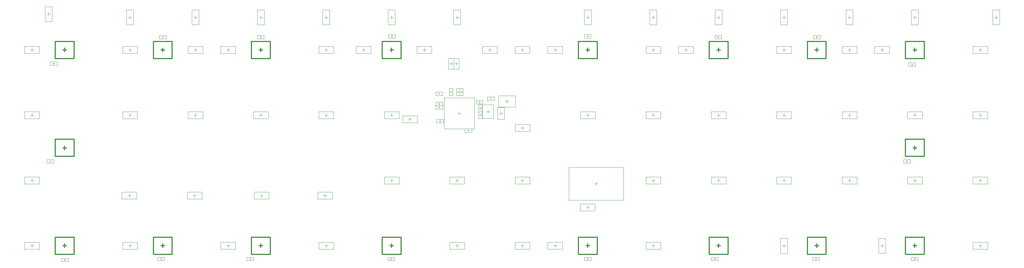
<source format=gbr>
%TF.GenerationSoftware,Altium Limited,Altium Designer,20.2.6 (244)*%
G04 Layer_Color=32768*
%FSLAX45Y45*%
%MOMM*%
%TF.SameCoordinates,2270FEAA-A680-44EA-805D-832D39C03FB4*%
%TF.FilePolarity,Positive*%
%TF.FileFunction,Other,Courtyard*%
%TF.Part,Single*%
G01*
G75*
%TA.AperFunction,NonConductor*%
%ADD45C,0.30000*%
%ADD47C,0.10000*%
%ADD79C,0.05000*%
D45*
X12107500Y-4060000D02*
X12657500D01*
Y-3560000D01*
X12107500D02*
X12657500D01*
X12107500Y-4060000D02*
Y-3560000D01*
X12332500Y-3810000D02*
X12432500D01*
X12382500Y-3860000D02*
Y-3760000D01*
Y-1002500D02*
Y-902500D01*
X12332500Y-952500D02*
X12432500D01*
X12107500Y-1202500D02*
Y-702500D01*
X12657500D01*
Y-1202500D02*
Y-702500D01*
X12107500Y-1202500D02*
X12657500D01*
X9250000D02*
X9800000D01*
Y-702500D01*
X9250000D02*
X9800000D01*
X9250000Y-1202500D02*
Y-702500D01*
X9475000Y-952500D02*
X9575000D01*
X9525000Y-1002500D02*
Y-902500D01*
X6667500Y-1002500D02*
Y-902500D01*
X6617500Y-952500D02*
X6717500D01*
X6392500Y-1202500D02*
Y-702500D01*
X6942500D01*
Y-1202500D02*
Y-702500D01*
X6392500Y-1202500D02*
X6942500D01*
X2582500D02*
X3132500D01*
Y-702500D01*
X2582500D02*
X3132500D01*
X2582500Y-1202500D02*
Y-702500D01*
X2807500Y-952500D02*
X2907500D01*
X2857500Y-1002500D02*
Y-902500D01*
X-2857500Y-1002500D02*
Y-902500D01*
X-2907500Y-952500D02*
X-2807500D01*
X-3132500Y-1202500D02*
Y-702500D01*
X-2582500D01*
Y-1202500D02*
Y-702500D01*
X-3132500Y-1202500D02*
X-2582500D01*
X-6942500D02*
X-6392500D01*
Y-702500D01*
X-6942500D02*
X-6392500D01*
X-6942500Y-1202500D02*
Y-702500D01*
X-6717500Y-952500D02*
X-6617500D01*
X-6667500Y-1002500D02*
Y-902500D01*
X-9525000Y-1002500D02*
Y-902500D01*
X-9575000Y-952500D02*
X-9475000D01*
X-9800000Y-1202500D02*
Y-702500D01*
X-9250000D01*
Y-1202500D02*
Y-702500D01*
X-9800000Y-1202500D02*
X-9250000D01*
X-12657500D02*
X-12107500D01*
Y-702500D01*
X-12657500D02*
X-12107500D01*
X-12657500Y-1202500D02*
Y-702500D01*
X-12432500Y-952500D02*
X-12332500D01*
X-12382500Y-1002500D02*
Y-902500D01*
Y-3860000D02*
Y-3760000D01*
X-12432500Y-3810000D02*
X-12332500D01*
X-12657500Y-4060000D02*
Y-3560000D01*
X-12107500D01*
Y-4060000D02*
Y-3560000D01*
X-12657500Y-4060000D02*
X-12107500D01*
X-12657500Y-6917500D02*
X-12107500D01*
Y-6417500D01*
X-12657500D02*
X-12107500D01*
X-12657500Y-6917500D02*
Y-6417500D01*
X-12432500Y-6667500D02*
X-12332500D01*
X-12382500Y-6717500D02*
Y-6617500D01*
X-9525000Y-6717500D02*
Y-6617500D01*
X-9575000Y-6667500D02*
X-9475000D01*
X-9800000Y-6917500D02*
Y-6417500D01*
X-9250000D01*
Y-6917500D02*
Y-6417500D01*
X-9800000Y-6917500D02*
X-9250000D01*
X-6942500D02*
X-6392500D01*
Y-6417500D01*
X-6942500D02*
X-6392500D01*
X-6942500Y-6917500D02*
Y-6417500D01*
X-6717500Y-6667500D02*
X-6617500D01*
X-6667500Y-6717500D02*
Y-6617500D01*
X-2857500Y-6717500D02*
Y-6617500D01*
X-2907500Y-6667500D02*
X-2807500D01*
X-3132500Y-6917500D02*
Y-6417500D01*
X-2582500D01*
Y-6917500D02*
Y-6417500D01*
X-3132500Y-6917500D02*
X-2582500D01*
X2582500D02*
X3132500D01*
Y-6417500D01*
X2582500D02*
X3132500D01*
X2582500Y-6917500D02*
Y-6417500D01*
X2807500Y-6667500D02*
X2907500D01*
X2857500Y-6717500D02*
Y-6617500D01*
X6667500Y-6717500D02*
Y-6617500D01*
X6617500Y-6667500D02*
X6717500D01*
X6392500Y-6917500D02*
Y-6417500D01*
X6942500D01*
Y-6917500D02*
Y-6417500D01*
X6392500Y-6917500D02*
X6942500D01*
X9250000D02*
X9800000D01*
Y-6417500D01*
X9250000D02*
X9800000D01*
X9250000Y-6917500D02*
Y-6417500D01*
X9475000Y-6667500D02*
X9575000D01*
X9525000Y-6717500D02*
Y-6617500D01*
X12382500Y-6717500D02*
Y-6617500D01*
X12332500Y-6667500D02*
X12432500D01*
X12107500Y-6917500D02*
Y-6417500D01*
X12657500D01*
Y-6917500D02*
Y-6417500D01*
X12107500Y-6917500D02*
X12657500D01*
D47*
X-1002500Y0D02*
X-902500D01*
X-952500Y-50000D02*
Y50000D01*
X-850900Y-215900D02*
Y215900D01*
X-1054100Y-215900D02*
Y215900D01*
Y-215900D02*
X-850900D01*
X-1054100Y215900D02*
X-850900D01*
X2850000Y-5600000D02*
Y-5500000D01*
X2800000Y-5550000D02*
X2900000D01*
X2634100Y-5448400D02*
X3065900D01*
X2634100Y-5651600D02*
X3065900D01*
Y-5448400D01*
X2634100Y-5651600D02*
Y-5448400D01*
X-4800000Y-5250000D02*
Y-5150000D01*
X-4850000Y-5200000D02*
X-4750000D01*
X-5015900Y-5098400D02*
X-4584100D01*
X-5015900Y-5301600D02*
X-4584100D01*
Y-5098400D01*
X-5015900Y-5301600D02*
Y-5098400D01*
X-6650000Y-5250000D02*
Y-5150000D01*
X-6700000Y-5200000D02*
X-6600000D01*
X-6865900Y-5098400D02*
X-6434100D01*
X-6865900Y-5301600D02*
X-6434100D01*
Y-5098400D01*
X-6865900Y-5301600D02*
Y-5098400D01*
X-10500000Y-5250000D02*
Y-5150000D01*
X-10550000Y-5200000D02*
X-10450000D01*
X-10715900Y-5098400D02*
X-10284100D01*
X-10715900Y-5301600D02*
X-10284100D01*
Y-5098400D01*
X-10715900Y-5301600D02*
Y-5098400D01*
X-8600000Y-5250000D02*
Y-5150000D01*
X-8650000Y-5200000D02*
X-8550000D01*
X-8815900Y-5098400D02*
X-8384100D01*
X-8815900Y-5301600D02*
X-8384100D01*
Y-5098400D01*
X-8815900Y-5301600D02*
Y-5098400D01*
X-1495000Y-2225000D02*
X-1455000D01*
X-1575000Y-2275000D02*
X-1375000D01*
X-1575000Y-2175000D02*
X-1375000D01*
X-1575000Y-2275000D02*
Y-2175000D01*
X-1375000Y-2275000D02*
Y-2175000D01*
X-1475000Y-2245000D02*
Y-2205000D01*
X-955011Y-2175008D02*
X-895011D01*
X-925011Y-2205008D02*
Y-2145008D01*
X-875000Y-2275000D02*
Y-2075000D01*
X-975000Y-2275000D02*
Y-2075000D01*
Y-2275000D02*
X-875000D01*
X-975000Y-2075000D02*
X-875000D01*
X-1168400Y-4864100D02*
Y-4660900D01*
X-736600Y-4864100D02*
Y-4660900D01*
X-1168400Y-4864100D02*
X-736600D01*
X-1168400Y-4660900D02*
X-736600D01*
X-1002500Y-4762500D02*
X-902500D01*
X-952500Y-4812500D02*
Y-4712500D01*
X8356600Y-4864100D02*
Y-4660900D01*
X8788400Y-4864100D02*
Y-4660900D01*
X8356600Y-4864100D02*
X8788400D01*
X8356600Y-4660900D02*
X8788400D01*
X8522500Y-4762500D02*
X8622500D01*
X8572500Y-4812500D02*
Y-4712500D01*
X4546600Y-4864100D02*
Y-4660900D01*
X4978400Y-4864100D02*
Y-4660900D01*
X4546600Y-4864100D02*
X4978400D01*
X4546600Y-4660900D02*
X4978400D01*
X4712500Y-4762500D02*
X4812500D01*
X4762500Y-4812500D02*
Y-4712500D01*
X6451600Y-4864100D02*
Y-4660900D01*
X6883400Y-4864100D02*
Y-4660900D01*
X6451600Y-4864100D02*
X6883400D01*
X6451600Y-4660900D02*
X6883400D01*
X6617500Y-4762500D02*
X6717500D01*
X6667500Y-4812500D02*
Y-4712500D01*
X-6575000Y-625000D02*
Y-525000D01*
X-6775000Y-625000D02*
Y-525000D01*
X-6575000D01*
X-6775000Y-625000D02*
X-6575000D01*
X-6705008Y-574989D02*
X-6645008D01*
X-6675008Y-604989D02*
Y-544989D01*
X-6769100Y215900D02*
X-6565900D01*
X-6769100Y-215900D02*
X-6565900D01*
X-6769100D02*
Y215900D01*
X-6565900Y-215900D02*
Y215900D01*
X-6667500Y-50000D02*
Y50000D01*
X-6717500Y0D02*
X-6617500D01*
X-3890900Y-1051600D02*
Y-848400D01*
X-3459100Y-1051600D02*
Y-848400D01*
X-3890900Y-1051600D02*
X-3459100D01*
X-3890900Y-848400D02*
X-3459100D01*
X-3725000Y-950000D02*
X-3625000D01*
X-3675000Y-1000000D02*
Y-900000D01*
X-2750000Y-600000D02*
Y-500000D01*
X-2950000Y-600000D02*
Y-500000D01*
X-2750000D01*
X-2950000Y-600000D02*
X-2750000D01*
X-2880008Y-549988D02*
X-2820008D01*
X-2850008Y-579988D02*
Y-519989D01*
X-1022500Y-1350000D02*
X-927500D01*
X-975000Y-1397500D02*
Y-1302500D01*
X-900000Y-1505000D02*
Y-1195000D01*
X-1050000Y-1505000D02*
Y-1195000D01*
Y-1505000D02*
X-900000D01*
X-1050000Y-1195000D02*
X-900000D01*
X-1172500Y-1350000D02*
X-1077500D01*
X-1125000Y-1397500D02*
Y-1302500D01*
X-1050000Y-1505000D02*
Y-1195000D01*
X-1200000Y-1505000D02*
Y-1195000D01*
Y-1505000D02*
X-1050000D01*
X-1200000Y-1195000D02*
X-1050000D01*
X2755900Y215900D02*
X2959100D01*
X2755900Y-215900D02*
X2959100D01*
X2755900D02*
Y215900D01*
X2959100Y-215900D02*
Y215900D01*
X2857500Y-50000D02*
Y50000D01*
X2807500Y0D02*
X2907500D01*
X6750000Y-625000D02*
Y-525000D01*
X6550000Y-625000D02*
Y-525000D01*
X6750000D01*
X6550000Y-625000D02*
X6750000D01*
X6619992Y-574989D02*
X6679992D01*
X6649992Y-604989D02*
Y-544989D01*
X9625000Y-625000D02*
Y-525000D01*
X9425000Y-625000D02*
Y-525000D01*
X9625000D01*
X9425000Y-625000D02*
X9625000D01*
X9494992Y-574989D02*
X9554992D01*
X9524992Y-604989D02*
Y-544989D01*
X11328400Y-6883400D02*
X11531600D01*
X11328400Y-6451600D02*
X11531600D01*
Y-6883400D02*
Y-6451600D01*
X11328400Y-6883400D02*
Y-6451600D01*
X11430000Y-6717500D02*
Y-6617500D01*
X11380000Y-6667500D02*
X11480000D01*
X-300008Y-2504988D02*
Y-2444989D01*
X-330008Y-2474988D02*
X-270008D01*
X-400000Y-2525000D02*
X-200000D01*
X-400000Y-2425000D02*
X-200000D01*
X-400000Y-2525000D02*
Y-2425000D01*
X-200000Y-2525000D02*
Y-2425000D01*
X734100Y-3326600D02*
Y-3123400D01*
X1165900Y-3326600D02*
Y-3123400D01*
X734100Y-3326600D02*
X1165900D01*
X734100Y-3123400D02*
X1165900D01*
X900000Y-3225000D02*
X1000000D01*
X950000Y-3275000D02*
Y-3175000D01*
X230000Y-2975000D02*
X420000D01*
X230000Y-2625000D02*
X420000D01*
Y-2975000D02*
Y-2625000D01*
X230000Y-2975000D02*
Y-2625000D01*
X325000Y-2850000D02*
Y-2750000D01*
X275000Y-2800000D02*
X375000D01*
X736600Y-1054100D02*
Y-850900D01*
X1168400Y-1054100D02*
Y-850900D01*
X736600Y-1054100D02*
X1168400D01*
X736600Y-850900D02*
X1168400D01*
X902500Y-952500D02*
X1002500D01*
X952500Y-1002500D02*
Y-902500D01*
X-215900Y-1054100D02*
Y-850900D01*
X215900Y-1054100D02*
Y-850900D01*
X-215900Y-1054100D02*
X215900D01*
X-215900Y-850900D02*
X215900D01*
X-50000Y-952500D02*
X50000D01*
X0Y-1002500D02*
Y-902500D01*
X-855011Y-2175008D02*
X-795011D01*
X-825011Y-2205008D02*
Y-2145008D01*
X-775000Y-2275000D02*
Y-2075000D01*
X-875000Y-2275000D02*
Y-2075000D01*
Y-2275000D02*
X-775000D01*
X-875000Y-2075000D02*
X-775000D01*
X-1155011Y-2175008D02*
X-1095012D01*
X-1125011Y-2205008D02*
Y-2145008D01*
X-1075000Y-2275000D02*
Y-2075000D01*
X-1175000Y-2275000D02*
Y-2075000D01*
Y-2275000D02*
X-1075000D01*
X-1175000Y-2075000D02*
X-1075000D01*
X-1474992Y-2555011D02*
Y-2495012D01*
X-1504992Y-2525011D02*
X-1444992D01*
X-1575000Y-2475000D02*
X-1375000D01*
X-1575000Y-2575000D02*
X-1375000D01*
Y-2475000D01*
X-1575000Y-2575000D02*
Y-2475000D01*
X-1474992Y-2655011D02*
Y-2595012D01*
X-1504992Y-2625012D02*
X-1444992D01*
X-1575000Y-2575000D02*
X-1375000D01*
X-1575000Y-2675000D02*
X-1375000D01*
Y-2575000D01*
X-1575000Y-2675000D02*
Y-2575000D01*
X-950000Y-2800000D02*
X-850000D01*
X-900000Y-2850000D02*
Y-2750000D01*
X-625008Y-3329989D02*
Y-3269989D01*
X-655008Y-3299989D02*
X-595008D01*
X-725000Y-3350000D02*
X-525000D01*
X-725000Y-3250000D02*
X-525000D01*
X-725000Y-3350000D02*
Y-3250000D01*
X-525000Y-3350000D02*
Y-3250000D01*
X-1449992Y-3055011D02*
Y-2995012D01*
X-1479992Y-3025011D02*
X-1419992D01*
X-1550000Y-2975000D02*
X-1350000D01*
X-1550000Y-3075000D02*
X-1350000D01*
Y-2975000D01*
X-1550000Y-3075000D02*
Y-2975000D01*
X25000Y-2395000D02*
Y-2355000D01*
X125000Y-2425000D02*
Y-2325000D01*
X-75000Y-2425000D02*
Y-2325000D01*
X125000D01*
X-75000Y-2425000D02*
X125000D01*
X5000Y-2375000D02*
X45000D01*
X14287500Y-6717500D02*
Y-6617500D01*
X14237500Y-6667500D02*
X14337500D01*
X14071600Y-6565900D02*
X14503400D01*
X14071600Y-6769100D02*
X14503400D01*
Y-6565900D01*
X14071600Y-6769100D02*
Y-6565900D01*
X-2325000Y-3025000D02*
Y-2925000D01*
X-2375000Y-2975000D02*
X-2275000D01*
X-2540900Y-3076600D02*
X-2109100D01*
X-2540900Y-2873400D02*
X-2109100D01*
X-2540900Y-3076600D02*
Y-2873400D01*
X-2109100Y-3076600D02*
Y-2873400D01*
X-2857500Y-2907500D02*
Y-2807500D01*
X-2907500Y-2857500D02*
X-2807500D01*
X-3073400Y-2755900D02*
X-2641600D01*
X-3073400Y-2959100D02*
X-2641600D01*
Y-2755900D01*
X-3073400Y-2959100D02*
Y-2755900D01*
X-4978400Y-2959100D02*
Y-2755900D01*
X-4546600Y-2959100D02*
Y-2755900D01*
X-4978400Y-2959100D02*
X-4546600D01*
X-4978400Y-2755900D02*
X-4546600D01*
X-4812500Y-2857500D02*
X-4712500D01*
X-4762500Y-2907500D02*
Y-2807500D01*
X-2959100Y215900D02*
X-2755900D01*
X-2959100Y-215900D02*
X-2755900D01*
X-2959100D02*
Y215900D01*
X-2755900Y-215900D02*
Y215900D01*
X-2857500Y-50000D02*
Y50000D01*
X-2907500Y0D02*
X-2807500D01*
X-4864100Y215900D02*
X-4660900D01*
X-4864100Y-215900D02*
X-4660900D01*
X-4864100D02*
Y215900D01*
X-4660900Y-215900D02*
Y215900D01*
X-4762500Y-50000D02*
Y50000D01*
X-4812500Y0D02*
X-4712500D01*
X-8674100Y215900D02*
X-8470900D01*
X-8674100Y-215900D02*
X-8470900D01*
X-8674100D02*
Y215900D01*
X-8470900Y-215900D02*
Y215900D01*
X-8572500Y-50000D02*
Y50000D01*
X-8622500Y0D02*
X-8522500D01*
X-10579100Y215900D02*
X-10375900D01*
X-10579100Y-215900D02*
X-10375900D01*
X-10579100D02*
Y215900D01*
X-10375900Y-215900D02*
Y215900D01*
X-10477500Y-50000D02*
Y50000D01*
X-10527500Y0D02*
X-10427500D01*
X-12951601Y315900D02*
X-12748400D01*
X-12951601Y-115900D02*
X-12748400D01*
X-12951601D02*
Y315900D01*
X-12748400Y-115900D02*
Y315900D01*
X-12850000Y50000D02*
Y150000D01*
X-12900000Y100000D02*
X-12800000D01*
X-6883400Y-2959100D02*
Y-2755900D01*
X-6451600Y-2959100D02*
Y-2755900D01*
X-6883400Y-2959100D02*
X-6451600D01*
X-6883400Y-2755900D02*
X-6451600D01*
X-6717500Y-2857500D02*
X-6617500D01*
X-6667500Y-2907500D02*
Y-2807500D01*
X10375900Y215900D02*
X10579100D01*
X10375900Y-215900D02*
X10579100D01*
X10375900D02*
Y215900D01*
X10579100Y-215900D02*
Y215900D01*
X10477500Y-50000D02*
Y50000D01*
X10427500Y0D02*
X10527500D01*
X8470900Y215900D02*
X8674100D01*
X8470900Y-215900D02*
X8674100D01*
X8470900D02*
Y215900D01*
X8674100Y-215900D02*
Y215900D01*
X8572500Y-50000D02*
Y50000D01*
X8522500Y0D02*
X8622500D01*
X6565900Y215900D02*
X6769100D01*
X6565900Y-215900D02*
X6769100D01*
X6565900D02*
Y215900D01*
X6769100Y-215900D02*
Y215900D01*
X6667500Y-50000D02*
Y50000D01*
X6617500Y0D02*
X6717500D01*
X4660900Y215900D02*
X4864100D01*
X4660900Y-215900D02*
X4864100D01*
X4660900D02*
Y215900D01*
X4864100Y-215900D02*
Y215900D01*
X4762500Y-50000D02*
Y50000D01*
X4712500Y0D02*
X4812500D01*
X-8788400Y-1054100D02*
Y-850900D01*
X-8356600Y-1054100D02*
Y-850900D01*
X-8788400Y-1054100D02*
X-8356600D01*
X-8788400Y-850900D02*
X-8356600D01*
X-8622500Y-952500D02*
X-8522500D01*
X-8572500Y-1002500D02*
Y-902500D01*
X-10693400Y-1054100D02*
Y-850900D01*
X-10261600Y-1054100D02*
Y-850900D01*
X-10693400Y-1054100D02*
X-10261600D01*
X-10693400Y-850900D02*
X-10261600D01*
X-10527500Y-952500D02*
X-10427500D01*
X-10477500Y-1002500D02*
Y-902500D01*
X-13550900Y-1054100D02*
Y-850900D01*
X-13119099Y-1054100D02*
Y-850900D01*
X-13550900Y-1054100D02*
X-13119099D01*
X-13550900Y-850900D02*
X-13119099D01*
X-13385001Y-952500D02*
X-13285001D01*
X-13335001Y-1002500D02*
Y-902500D01*
X14648399Y215900D02*
X14851601D01*
X14648399Y-215900D02*
X14851601D01*
X14648399D02*
Y215900D01*
X14851601Y-215900D02*
Y215900D01*
X14750000Y-50000D02*
Y50000D01*
X14700000Y0D02*
X14800000D01*
X12280900Y215900D02*
X12484100D01*
X12280900Y-215900D02*
X12484100D01*
X12280900D02*
Y215900D01*
X12484100Y-215900D02*
Y215900D01*
X12382500Y-50000D02*
Y50000D01*
X12332500Y0D02*
X12432500D01*
X-2120900Y-1054100D02*
Y-850900D01*
X-1689100Y-1054100D02*
Y-850900D01*
X-2120900Y-1054100D02*
X-1689100D01*
X-2120900Y-850900D02*
X-1689100D01*
X-1955000Y-952500D02*
X-1855000D01*
X-1905000Y-1002500D02*
Y-902500D01*
X-4978400Y-1054100D02*
Y-850900D01*
X-4546600Y-1054100D02*
Y-850900D01*
X-4978400Y-1054100D02*
X-4546600D01*
X-4978400Y-850900D02*
X-4546600D01*
X-4812500Y-952500D02*
X-4712500D01*
X-4762500Y-1002500D02*
Y-902500D01*
X-7835900Y-1054100D02*
Y-850900D01*
X-7404100Y-1054100D02*
Y-850900D01*
X-7835900Y-1054100D02*
X-7404100D01*
X-7835900Y-850900D02*
X-7404100D01*
X-7670000Y-952500D02*
X-7570000D01*
X-7620000Y-1002500D02*
Y-902500D01*
X10261600Y-1054100D02*
Y-850900D01*
X10693400Y-1054100D02*
Y-850900D01*
X10261600Y-1054100D02*
X10693400D01*
X10261600Y-850900D02*
X10693400D01*
X10427500Y-952500D02*
X10527500D01*
X10477500Y-1002500D02*
Y-902500D01*
X8572500Y-1002500D02*
Y-902500D01*
X8522500Y-952500D02*
X8622500D01*
X8356600Y-850900D02*
X8788400D01*
X8356600Y-1054100D02*
X8788400D01*
Y-850900D01*
X8356600Y-1054100D02*
Y-850900D01*
X5499100Y-1054100D02*
Y-850900D01*
X5930900Y-1054100D02*
Y-850900D01*
X5499100Y-1054100D02*
X5930900D01*
X5499100Y-850900D02*
X5930900D01*
X5665000Y-952500D02*
X5765000D01*
X5715000Y-1002500D02*
Y-902500D01*
X4546600Y-1054100D02*
Y-850900D01*
X4978400Y-1054100D02*
Y-850900D01*
X4546600Y-1054100D02*
X4978400D01*
X4546600Y-850900D02*
X4978400D01*
X4712500Y-952500D02*
X4812500D01*
X4762500Y-1002500D02*
Y-902500D01*
X1689100Y-1054100D02*
Y-850900D01*
X2120900Y-1054100D02*
Y-850900D01*
X1689100Y-1054100D02*
X2120900D01*
X1689100Y-850900D02*
X2120900D01*
X1855000Y-952500D02*
X1955000D01*
X1905000Y-1002500D02*
Y-902500D01*
X-8788400Y-2959100D02*
Y-2755900D01*
X-8356600Y-2959100D02*
Y-2755900D01*
X-8788400Y-2959100D02*
X-8356600D01*
X-8788400Y-2755900D02*
X-8356600D01*
X-8622500Y-2857500D02*
X-8522500D01*
X-8572500Y-2907500D02*
Y-2807500D01*
X-10693400Y-2959100D02*
Y-2755900D01*
X-10261600Y-2959100D02*
Y-2755900D01*
X-10693400Y-2959100D02*
X-10261600D01*
X-10693400Y-2755900D02*
X-10261600D01*
X-10527500Y-2857500D02*
X-10427500D01*
X-10477500Y-2907500D02*
Y-2807500D01*
X-13550900Y-2959100D02*
Y-2755900D01*
X-13119099Y-2959100D02*
Y-2755900D01*
X-13550900Y-2959100D02*
X-13119099D01*
X-13550900Y-2755900D02*
X-13119099D01*
X-13385001Y-2857500D02*
X-13285001D01*
X-13335001Y-2907500D02*
Y-2807500D01*
X14071600Y-1054100D02*
Y-850900D01*
X14503400Y-1054100D02*
Y-850900D01*
X14071600Y-1054100D02*
X14503400D01*
X14071600Y-850900D02*
X14503400D01*
X14237500Y-952500D02*
X14337500D01*
X14287500Y-1002500D02*
Y-902500D01*
X11214100Y-1054100D02*
Y-850900D01*
X11645900Y-1054100D02*
Y-850900D01*
X11214100Y-1054100D02*
X11645900D01*
X11214100Y-850900D02*
X11645900D01*
X11380000Y-952500D02*
X11480000D01*
X11430000Y-1002500D02*
Y-902500D01*
X8470900Y-6883400D02*
X8674100D01*
X8470900Y-6451600D02*
X8674100D01*
Y-6883400D02*
Y-6451600D01*
X8470900Y-6883400D02*
Y-6451600D01*
X8572500Y-6717500D02*
Y-6617500D01*
X8522500Y-6667500D02*
X8622500D01*
X4546600Y-6769100D02*
Y-6565900D01*
X4978400Y-6769100D02*
Y-6565900D01*
X4546600Y-6769100D02*
X4978400D01*
X4546600Y-6565900D02*
X4978400D01*
X4712500Y-6667500D02*
X4812500D01*
X4762500Y-6717500D02*
Y-6617500D01*
X1689100Y-6769100D02*
Y-6565900D01*
X2120900Y-6769100D02*
Y-6565900D01*
X1689100Y-6769100D02*
X2120900D01*
X1689100Y-6565900D02*
X2120900D01*
X1855000Y-6667500D02*
X1955000D01*
X1905000Y-6717500D02*
Y-6617500D01*
X736600Y-6769100D02*
Y-6565900D01*
X1168400Y-6769100D02*
Y-6565900D01*
X736600Y-6769100D02*
X1168400D01*
X736600Y-6565900D02*
X1168400D01*
X902500Y-6667500D02*
X1002500D01*
X952500Y-6717500D02*
Y-6617500D01*
X-1168400Y-6769100D02*
Y-6565900D01*
X-736600Y-6769100D02*
Y-6565900D01*
X-1168400Y-6769100D02*
X-736600D01*
X-1168400Y-6565900D02*
X-736600D01*
X-1002500Y-6667500D02*
X-902500D01*
X-952500Y-6717500D02*
Y-6617500D01*
X-4978400Y-6769100D02*
Y-6565900D01*
X-4546600Y-6769100D02*
Y-6565900D01*
X-4978400Y-6769100D02*
X-4546600D01*
X-4978400Y-6565900D02*
X-4546600D01*
X-4812500Y-6667500D02*
X-4712500D01*
X-4762500Y-6717500D02*
Y-6617500D01*
X-7620000Y-6717500D02*
Y-6617500D01*
X-7670000Y-6667500D02*
X-7570000D01*
X-7835900Y-6565900D02*
X-7404100D01*
X-7835900Y-6769100D02*
X-7404100D01*
Y-6565900D01*
X-7835900Y-6769100D02*
Y-6565900D01*
X-10693400Y-6769100D02*
Y-6565900D01*
X-10261600Y-6769100D02*
Y-6565900D01*
X-10693400Y-6769100D02*
X-10261600D01*
X-10693400Y-6565900D02*
X-10261600D01*
X-10527500Y-6667500D02*
X-10427500D01*
X-10477500Y-6717500D02*
Y-6617500D01*
X-13550900Y-6769100D02*
Y-6565900D01*
X-13119099Y-6769100D02*
Y-6565900D01*
X-13550900Y-6769100D02*
X-13119099D01*
X-13550900Y-6565900D02*
X-13119099D01*
X-13385001Y-6667500D02*
X-13285001D01*
X-13335001Y-6717500D02*
Y-6617500D01*
X14071600Y-4864100D02*
Y-4660900D01*
X14503400Y-4864100D02*
Y-4660900D01*
X14071600Y-4864100D02*
X14503400D01*
X14071600Y-4660900D02*
X14503400D01*
X14237500Y-4762500D02*
X14337500D01*
X14287500Y-4812500D02*
Y-4712500D01*
X12166600Y-4864100D02*
Y-4660900D01*
X12598400Y-4864100D02*
Y-4660900D01*
X12166600Y-4864100D02*
X12598400D01*
X12166600Y-4660900D02*
X12598400D01*
X12332500Y-4762500D02*
X12432500D01*
X12382500Y-4812500D02*
Y-4712500D01*
X10261600Y-4864100D02*
Y-4660900D01*
X10693400Y-4864100D02*
Y-4660900D01*
X10261600Y-4864100D02*
X10693400D01*
X10261600Y-4660900D02*
X10693400D01*
X10427500Y-4762500D02*
X10527500D01*
X10477500Y-4812500D02*
Y-4712500D01*
X736600Y-4864100D02*
Y-4660900D01*
X1168400Y-4864100D02*
Y-4660900D01*
X736600Y-4864100D02*
X1168400D01*
X736600Y-4660900D02*
X1168400D01*
X902500Y-4762500D02*
X1002500D01*
X952500Y-4812500D02*
Y-4712500D01*
X-3073400Y-4864100D02*
Y-4660900D01*
X-2641600Y-4864100D02*
Y-4660900D01*
X-3073400Y-4864100D02*
X-2641600D01*
X-3073400Y-4660900D02*
X-2641600D01*
X-2907500Y-4762500D02*
X-2807500D01*
X-2857500Y-4812500D02*
Y-4712500D01*
X-13550900Y-4864100D02*
Y-4660900D01*
X-13119099Y-4864100D02*
Y-4660900D01*
X-13550900Y-4864100D02*
X-13119099D01*
X-13550900Y-4660900D02*
X-13119099D01*
X-13385001Y-4762500D02*
X-13285001D01*
X-13335001Y-4812500D02*
Y-4712500D01*
X14071600Y-2959100D02*
Y-2755900D01*
X14503400Y-2959100D02*
Y-2755900D01*
X14071600Y-2959100D02*
X14503400D01*
X14071600Y-2755900D02*
X14503400D01*
X14237500Y-2857500D02*
X14337500D01*
X14287500Y-2907500D02*
Y-2807500D01*
X12166600Y-2959100D02*
Y-2755900D01*
X12598400Y-2959100D02*
Y-2755900D01*
X12166600Y-2959100D02*
X12598400D01*
X12166600Y-2755900D02*
X12598400D01*
X12332500Y-2857500D02*
X12432500D01*
X12382500Y-2907500D02*
Y-2807500D01*
X10261600Y-2959100D02*
Y-2755900D01*
X10693400Y-2959100D02*
Y-2755900D01*
X10261600Y-2959100D02*
X10693400D01*
X10261600Y-2755900D02*
X10693400D01*
X10427500Y-2857500D02*
X10527500D01*
X10477500Y-2907500D02*
Y-2807500D01*
X8356600Y-2959100D02*
Y-2755900D01*
X8788400Y-2959100D02*
Y-2755900D01*
X8356600Y-2959100D02*
X8788400D01*
X8356600Y-2755900D02*
X8788400D01*
X8522500Y-2857500D02*
X8622500D01*
X8572500Y-2907500D02*
Y-2807500D01*
X6451600Y-2959100D02*
Y-2755900D01*
X6883400Y-2959100D02*
Y-2755900D01*
X6451600Y-2959100D02*
X6883400D01*
X6451600Y-2755900D02*
X6883400D01*
X6617500Y-2857500D02*
X6717500D01*
X6667500Y-2907500D02*
Y-2807500D01*
X4546600Y-2959100D02*
Y-2755900D01*
X4978400Y-2959100D02*
Y-2755900D01*
X4546600Y-2959100D02*
X4978400D01*
X4546600Y-2755900D02*
X4978400D01*
X4712500Y-2857500D02*
X4812500D01*
X4762500Y-2907500D02*
Y-2807500D01*
X2641600Y-2959100D02*
Y-2755900D01*
X3073400Y-2959100D02*
Y-2755900D01*
X2641600Y-2959100D02*
X3073400D01*
X2641600Y-2755900D02*
X3073400D01*
X2807500Y-2857500D02*
X2907500D01*
X2857500Y-2907500D02*
Y-2807500D01*
X-9475000Y-7100000D02*
Y-7000000D01*
X-9675000Y-7100000D02*
Y-7000000D01*
X-9475000D01*
X-9675000Y-7100000D02*
X-9475000D01*
X-9605008Y-7049989D02*
X-9545008D01*
X-9575008Y-7079989D02*
Y-7019989D01*
X-325000Y-2550000D02*
X-225000D01*
X-325000Y-2750000D02*
X-225000D01*
X-325000D02*
Y-2550000D01*
X-225000Y-2750000D02*
Y-2550000D01*
X-275011Y-2680008D02*
Y-2620008D01*
X-305011Y-2650008D02*
X-245011D01*
X-304988Y-2849992D02*
X-244989D01*
X-274989Y-2879992D02*
Y-2819992D01*
X-325000Y-2950000D02*
Y-2750000D01*
X-225000Y-2950000D02*
Y-2750000D01*
X-325000D02*
X-225000D01*
X-325000Y-2950000D02*
X-225000D01*
X2849992Y-579988D02*
Y-519989D01*
X2819992Y-549988D02*
X2879992D01*
X2750000Y-600000D02*
X2950000D01*
X2750000Y-500000D02*
X2950000D01*
X2750000Y-600000D02*
Y-500000D01*
X2950000Y-600000D02*
Y-500000D01*
X12299992Y-1404989D02*
Y-1344989D01*
X12269992Y-1374989D02*
X12329992D01*
X12200000Y-1425000D02*
X12400000D01*
X12200000Y-1325000D02*
X12400000D01*
X12200000Y-1425000D02*
Y-1325000D01*
X12400000Y-1425000D02*
Y-1325000D01*
X12149992Y-4229988D02*
Y-4169989D01*
X12119992Y-4199989D02*
X12179992D01*
X12050000Y-4250000D02*
X12250000D01*
X12050000Y-4150000D02*
X12250000D01*
X12050000Y-4250000D02*
Y-4150000D01*
X12250000Y-4250000D02*
Y-4150000D01*
X12374992Y-7079989D02*
Y-7019989D01*
X12344992Y-7049989D02*
X12404992D01*
X12275000Y-7100000D02*
X12475000D01*
X12275000Y-7000000D02*
X12475000D01*
X12275000Y-7100000D02*
Y-7000000D01*
X12475000Y-7100000D02*
Y-7000000D01*
X9499992Y-7079989D02*
Y-7019989D01*
X9469992Y-7049989D02*
X9529992D01*
X9400000Y-7100000D02*
X9600000D01*
X9400000Y-7000000D02*
X9600000D01*
X9400000Y-7100000D02*
Y-7000000D01*
X9600000Y-7100000D02*
Y-7000000D01*
X2849992Y-7079989D02*
Y-7019989D01*
X2819992Y-7049989D02*
X2879992D01*
X2750000Y-7100000D02*
X2950000D01*
X2750000Y-7000000D02*
X2950000D01*
X2750000Y-7100000D02*
Y-7000000D01*
X2950000Y-7100000D02*
Y-7000000D01*
X-2875008Y-7079989D02*
Y-7019989D01*
X-2905008Y-7049989D02*
X-2845008D01*
X-2975000Y-7100000D02*
X-2775000D01*
X-2975000Y-7000000D02*
X-2775000D01*
X-2975000Y-7100000D02*
Y-7000000D01*
X-2775000Y-7100000D02*
Y-7000000D01*
X6549992Y-7079989D02*
Y-7019989D01*
X6519992Y-7049989D02*
X6579992D01*
X6450000Y-7100000D02*
X6650000D01*
X6450000Y-7000000D02*
X6650000D01*
X6450000Y-7100000D02*
Y-7000000D01*
X6650000Y-7100000D02*
Y-7000000D01*
X-6975008Y-7079989D02*
Y-7019989D01*
X-7005008Y-7049989D02*
X-6945008D01*
X-7075000Y-7100000D02*
X-6875000D01*
X-7075000Y-7000000D02*
X-6875000D01*
X-7075000Y-7100000D02*
Y-7000000D01*
X-6875000Y-7100000D02*
Y-7000000D01*
X-12375008Y-7104989D02*
Y-7044989D01*
X-12405008Y-7074989D02*
X-12345008D01*
X-12475000Y-7125000D02*
X-12275000D01*
X-12475000Y-7025000D02*
X-12275000D01*
X-12475000Y-7125000D02*
Y-7025000D01*
X-12275000Y-7125000D02*
Y-7025000D01*
X-9525008Y-604989D02*
Y-544989D01*
X-9555008Y-574989D02*
X-9495008D01*
X-9625000Y-625000D02*
X-9425000D01*
X-9625000Y-525000D02*
X-9425000D01*
X-9625000Y-625000D02*
Y-525000D01*
X-9425000Y-625000D02*
Y-525000D01*
X-12700008Y-1379989D02*
Y-1319989D01*
X-12730008Y-1349989D02*
X-12670008D01*
X-12800000Y-1400000D02*
X-12600000D01*
X-12800000Y-1300000D02*
X-12600000D01*
X-12800000Y-1400000D02*
Y-1300000D01*
X-12600000Y-1400000D02*
Y-1300000D01*
X-12800008Y-4229988D02*
Y-4169989D01*
X-12830008Y-4199989D02*
X-12770008D01*
X-12900000Y-4250000D02*
X-12700000D01*
X-12900000Y-4150000D02*
X-12700000D01*
X-12900000Y-4250000D02*
Y-4150000D01*
X-12700000Y-4250000D02*
Y-4150000D01*
D79*
X2306000Y-5335000D02*
X3894000D01*
Y-4380000D01*
X2306000D02*
X3894000D01*
X2306000Y-5335000D02*
Y-4380000D01*
X3050000Y-4850000D02*
X3150000D01*
X3100000Y-4900000D02*
Y-4800000D01*
X-100000Y-2750000D02*
X-0D01*
X-50000Y-2800000D02*
Y-2700000D01*
X-207500Y-2950000D02*
Y-2550000D01*
Y-2950000D02*
X107500D01*
Y-2550000D01*
X-207500D02*
X107500D01*
X450000Y-2450000D02*
X550000D01*
X500000Y-2500000D02*
Y-2400000D01*
X255000Y-2615000D02*
X745000D01*
Y-2285000D01*
X255000D02*
X745000D01*
X255000Y-2615000D02*
Y-2285000D01*
X-450000Y-3250000D02*
Y-2350000D01*
X-1331800Y-3250000D02*
Y-2350000D01*
Y-3250000D02*
X-450000D01*
X-1331800Y-2350000D02*
X-450000D01*
%TF.MD5,ebd3b48e10775d0b68877e8928ed790b*%
M02*

</source>
